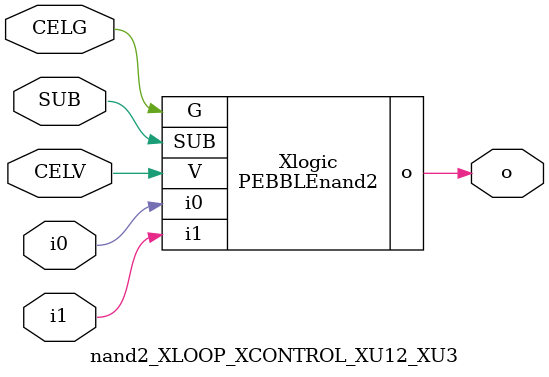
<source format=v>



module PEBBLEnand2 ( o, G, SUB, V, i0, i1 );

  input i0;
  input V;
  input i1;
  input G;
  output o;
  input SUB;
endmodule

//Celera Confidential Do Not Copy nand2_XLOOP_XCONTROL_XU12_XU3
//Celera Confidential Symbol Generator
//5V NAND2
module nand2_XLOOP_XCONTROL_XU12_XU3 (CELV,CELG,i0,i1,o,SUB);
input CELV;
input CELG;
input i0;
input i1;
input SUB;
output o;

//Celera Confidential Do Not Copy nand2
PEBBLEnand2 Xlogic(
.V (CELV),
.i0 (i0),
.i1 (i1),
.o (o),
.SUB (SUB),
.G (CELG)
);
//,diesize,PEBBLEnand2

//Celera Confidential Do Not Copy Module End
//Celera Schematic Generator
endmodule

</source>
